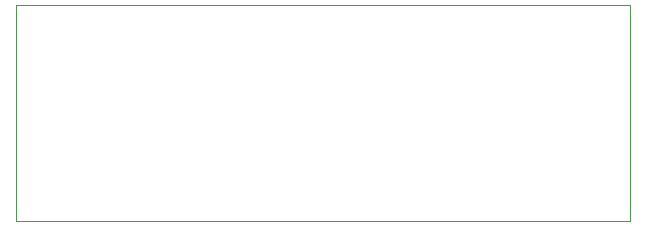
<source format=gbr>
G04 #@! TF.GenerationSoftware,KiCad,Pcbnew,5.1.5+dfsg1-2build2*
G04 #@! TF.CreationDate,2020-11-20T08:54:09-05:00*
G04 #@! TF.ProjectId,portb_lcd_mod,706f7274-625f-46c6-9364-5f6d6f642e6b,rev?*
G04 #@! TF.SameCoordinates,Original*
G04 #@! TF.FileFunction,Profile,NP*
%FSLAX46Y46*%
G04 Gerber Fmt 4.6, Leading zero omitted, Abs format (unit mm)*
G04 Created by KiCad (PCBNEW 5.1.5+dfsg1-2build2) date 2020-11-20 08:54:09*
%MOMM*%
%LPD*%
G04 APERTURE LIST*
%ADD10C,0.100000*%
G04 APERTURE END LIST*
D10*
X170000000Y-97250000D02*
X170000000Y-115500000D01*
X118000000Y-97250000D02*
X170000000Y-97250000D01*
X118000000Y-115500000D02*
X118000000Y-97250000D01*
X170000000Y-115500000D02*
X118000000Y-115500000D01*
M02*

</source>
